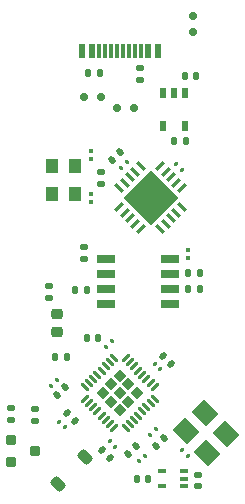
<source format=gbr>
%TF.GenerationSoftware,KiCad,Pcbnew,7.0.6*%
%TF.CreationDate,2023-07-23T20:03:58-07:00*%
%TF.ProjectId,iCEGenius,69434547-656e-4697-9573-2e6b69636164,rev?*%
%TF.SameCoordinates,Original*%
%TF.FileFunction,Paste,Top*%
%TF.FilePolarity,Positive*%
%FSLAX46Y46*%
G04 Gerber Fmt 4.6, Leading zero omitted, Abs format (unit mm)*
G04 Created by KiCad (PCBNEW 7.0.6) date 2023-07-23 20:03:58*
%MOMM*%
%LPD*%
G01*
G04 APERTURE LIST*
G04 Aperture macros list*
%AMRoundRect*
0 Rectangle with rounded corners*
0 $1 Rounding radius*
0 $2 $3 $4 $5 $6 $7 $8 $9 X,Y pos of 4 corners*
0 Add a 4 corners polygon primitive as box body*
4,1,4,$2,$3,$4,$5,$6,$7,$8,$9,$2,$3,0*
0 Add four circle primitives for the rounded corners*
1,1,$1+$1,$2,$3*
1,1,$1+$1,$4,$5*
1,1,$1+$1,$6,$7*
1,1,$1+$1,$8,$9*
0 Add four rect primitives between the rounded corners*
20,1,$1+$1,$2,$3,$4,$5,0*
20,1,$1+$1,$4,$5,$6,$7,0*
20,1,$1+$1,$6,$7,$8,$9,0*
20,1,$1+$1,$8,$9,$2,$3,0*%
%AMRotRect*
0 Rectangle, with rotation*
0 The origin of the aperture is its center*
0 $1 length*
0 $2 width*
0 $3 Rotation angle, in degrees counterclockwise*
0 Add horizontal line*
21,1,$1,$2,0,0,$3*%
G04 Aperture macros list end*
%ADD10RoundRect,0.135000X-0.185000X0.135000X-0.185000X-0.135000X0.185000X-0.135000X0.185000X0.135000X0*%
%ADD11RoundRect,0.218750X-0.256250X0.218750X-0.256250X-0.218750X0.256250X-0.218750X0.256250X0.218750X0*%
%ADD12RoundRect,0.140000X-0.021213X0.219203X-0.219203X0.021213X0.021213X-0.219203X0.219203X-0.021213X0*%
%ADD13RoundRect,0.150000X-0.150000X-0.200000X0.150000X-0.200000X0.150000X0.200000X-0.150000X0.200000X0*%
%ADD14RoundRect,0.207500X0.000000X0.293449X-0.293449X0.000000X0.000000X-0.293449X0.293449X0.000000X0*%
%ADD15RoundRect,0.062500X0.220971X0.309359X-0.309359X-0.220971X-0.220971X-0.309359X0.309359X0.220971X0*%
%ADD16RoundRect,0.062500X-0.220971X0.309359X-0.309359X0.220971X0.220971X-0.309359X0.309359X-0.220971X0*%
%ADD17R,1.100000X1.300000*%
%ADD18RotRect,0.350000X0.850000X135.000000*%
%ADD19RotRect,0.350000X0.850000X45.000000*%
%ADD20RotRect,3.350000X3.350000X45.000000*%
%ADD21RoundRect,0.079500X-0.014849X0.127279X-0.127279X0.014849X0.014849X-0.127279X0.127279X-0.014849X0*%
%ADD22RoundRect,0.200000X-0.250000X-0.200000X0.250000X-0.200000X0.250000X0.200000X-0.250000X0.200000X0*%
%ADD23R,0.650000X0.400000*%
%ADD24RoundRect,0.135000X0.135000X0.185000X-0.135000X0.185000X-0.135000X-0.185000X0.135000X-0.185000X0*%
%ADD25RoundRect,0.135000X-0.135000X-0.185000X0.135000X-0.185000X0.135000X0.185000X-0.135000X0.185000X0*%
%ADD26R,1.525000X0.700000*%
%ADD27RoundRect,0.079500X0.014849X-0.127279X0.127279X-0.014849X-0.014849X0.127279X-0.127279X0.014849X0*%
%ADD28RoundRect,0.140000X-0.219203X-0.021213X-0.021213X-0.219203X0.219203X0.021213X0.021213X0.219203X0*%
%ADD29RoundRect,0.079500X-0.100500X0.079500X-0.100500X-0.079500X0.100500X-0.079500X0.100500X0.079500X0*%
%ADD30RoundRect,0.079500X-0.127279X-0.014849X-0.014849X-0.127279X0.127279X0.014849X0.014849X0.127279X0*%
%ADD31R,0.600000X0.900000*%
%ADD32RoundRect,0.135000X0.185000X-0.135000X0.185000X0.135000X-0.185000X0.135000X-0.185000X-0.135000X0*%
%ADD33RoundRect,0.150000X0.150000X0.200000X-0.150000X0.200000X-0.150000X-0.200000X0.150000X-0.200000X0*%
%ADD34RoundRect,0.140000X0.021213X-0.219203X0.219203X-0.021213X-0.021213X0.219203X-0.219203X0.021213X0*%
%ADD35RoundRect,0.140000X0.140000X0.170000X-0.140000X0.170000X-0.140000X-0.170000X0.140000X-0.170000X0*%
%ADD36RoundRect,0.079500X0.127279X0.014849X0.014849X0.127279X-0.127279X-0.014849X-0.014849X-0.127279X0*%
%ADD37RoundRect,0.079500X0.100500X-0.079500X0.100500X0.079500X-0.100500X0.079500X-0.100500X-0.079500X0*%
%ADD38RoundRect,0.140000X0.170000X-0.140000X0.170000X0.140000X-0.170000X0.140000X-0.170000X-0.140000X0*%
%ADD39RoundRect,0.150000X0.200000X-0.150000X0.200000X0.150000X-0.200000X0.150000X-0.200000X-0.150000X0*%
%ADD40R,0.600000X1.150000*%
%ADD41R,0.300000X1.150000*%
%ADD42RotRect,1.500000X1.700000X225.000000*%
%ADD43RoundRect,0.140000X-0.140000X-0.170000X0.140000X-0.170000X0.140000X0.170000X-0.140000X0.170000X0*%
%ADD44RoundRect,0.225000X-0.106066X0.424264X-0.424264X0.106066X0.106066X-0.424264X0.424264X-0.106066X0*%
G04 APERTURE END LIST*
D10*
%TO.C,R1*%
X157700000Y-84890000D03*
X157700000Y-85910000D03*
%TD*%
D11*
%TO.C,D5*%
X150700000Y-105712500D03*
X150700000Y-107287500D03*
%TD*%
D12*
%TO.C,C14*%
X157339411Y-116960589D03*
X156660589Y-117639411D03*
%TD*%
D13*
%TO.C,D2*%
X157200000Y-88300000D03*
X155800000Y-88300000D03*
%TD*%
D10*
%TO.C,R10*%
X150000000Y-103377500D03*
X150000000Y-104397500D03*
%TD*%
D14*
%TO.C,U4*%
X157456640Y-112438990D03*
X156728320Y-111710670D03*
X156000000Y-110982350D03*
X156728320Y-113167310D03*
X156000000Y-112438990D03*
X155271680Y-111710670D03*
X156000000Y-113895630D03*
X155271680Y-113167310D03*
X154543360Y-112438990D03*
D15*
X158961010Y-111952854D03*
X158607456Y-111599301D03*
X158253903Y-111245747D03*
X157900349Y-110892194D03*
X157546796Y-110538641D03*
X157193243Y-110185087D03*
X156839689Y-109831534D03*
X156486136Y-109477980D03*
D16*
X155513864Y-109477980D03*
X155160311Y-109831534D03*
X154806757Y-110185087D03*
X154453204Y-110538641D03*
X154099651Y-110892194D03*
X153746097Y-111245747D03*
X153392544Y-111599301D03*
X153038990Y-111952854D03*
D15*
X153038990Y-112925126D03*
X153392544Y-113278679D03*
X153746097Y-113632233D03*
X154099651Y-113985786D03*
X154453204Y-114339339D03*
X154806757Y-114692893D03*
X155160311Y-115046446D03*
X155513864Y-115400000D03*
D16*
X156486136Y-115400000D03*
X156839689Y-115046446D03*
X157193243Y-114692893D03*
X157546796Y-114339339D03*
X157900349Y-113985786D03*
X158253903Y-113632233D03*
X158607456Y-113278679D03*
X158961010Y-112925126D03*
%TD*%
D12*
%TO.C,C18*%
X159705096Y-116229117D03*
X159026274Y-116907939D03*
%TD*%
D17*
%TO.C,Y1*%
X152175000Y-95550000D03*
X152175000Y-93250000D03*
X150275000Y-93250000D03*
X150275000Y-95550000D03*
%TD*%
D18*
%TO.C,IC1*%
X155948350Y-96713173D03*
X156407969Y-97172792D03*
X156867588Y-97632412D03*
X157327208Y-98092031D03*
X157786827Y-98551650D03*
D19*
X159413173Y-98551650D03*
X159872792Y-98092031D03*
X160332412Y-97632412D03*
X160792031Y-97172792D03*
X161251650Y-96713173D03*
D18*
X161251650Y-95086827D03*
X160792031Y-94627208D03*
X160332412Y-94167588D03*
X159872792Y-93707969D03*
X159413173Y-93248350D03*
D19*
X157786827Y-93248350D03*
X157327208Y-93707969D03*
X156867588Y-94167588D03*
X156407969Y-94627208D03*
X155948350Y-95086827D03*
D20*
X158600000Y-95900000D03*
%TD*%
D21*
%TO.C,C15*%
X158103087Y-117738406D03*
X157615183Y-118226310D03*
%TD*%
D22*
%TO.C,Q1*%
X146800000Y-116400000D03*
X146800000Y-118300000D03*
X148800000Y-117350000D03*
%TD*%
D23*
%TO.C,U2*%
X161450000Y-120350000D03*
X161450000Y-119700000D03*
X161450000Y-119050000D03*
X159550000Y-119050000D03*
X159550000Y-120350000D03*
%TD*%
D24*
%TO.C,R4*%
X162810000Y-102300000D03*
X161790000Y-102300000D03*
%TD*%
D25*
%TO.C,R6*%
X161790000Y-103600000D03*
X162810000Y-103600000D03*
%TD*%
D24*
%TO.C,R2*%
X154310000Y-85300000D03*
X153290000Y-85300000D03*
%TD*%
D26*
%TO.C,U3*%
X154788000Y-101095000D03*
X154788000Y-102365000D03*
X154788000Y-103635000D03*
X154788000Y-104905000D03*
X160212000Y-104905000D03*
X160212000Y-103635000D03*
X160212000Y-102365000D03*
X160212000Y-101095000D03*
%TD*%
D27*
%TO.C,C25*%
X154856048Y-108543952D03*
X155343952Y-108056048D03*
%TD*%
D28*
%TO.C,C16*%
X151560589Y-114160589D03*
X152239411Y-114839411D03*
%TD*%
D12*
%TO.C,C24*%
X151339411Y-111960589D03*
X150660589Y-112639411D03*
%TD*%
D24*
%TO.C,R8*%
X151519999Y-109400000D03*
X150499999Y-109400000D03*
%TD*%
D29*
%TO.C,C8*%
X153600000Y-95555000D03*
X153600000Y-96245000D03*
%TD*%
D30*
%TO.C,C9*%
X160756048Y-93056048D03*
X161243952Y-93543952D03*
%TD*%
D31*
%TO.C,U1*%
X161550000Y-87000000D03*
X160600000Y-87000000D03*
X159650000Y-87000000D03*
X159650000Y-89800000D03*
X161550000Y-89800000D03*
%TD*%
D32*
%TO.C,R9*%
X148800000Y-114810000D03*
X148800000Y-113790000D03*
%TD*%
D27*
%TO.C,C6*%
X156081838Y-93403087D03*
X156569742Y-92915183D03*
%TD*%
D30*
%TO.C,C13*%
X155135876Y-116521662D03*
X155623780Y-117009566D03*
%TD*%
D21*
%TO.C,C23*%
X150643952Y-111356048D03*
X150156048Y-111843952D03*
%TD*%
D33*
%TO.C,D4*%
X153000000Y-87400000D03*
X154400000Y-87400000D03*
%TD*%
D28*
%TO.C,C12*%
X154460589Y-117260589D03*
X155139411Y-117939411D03*
%TD*%
D30*
%TO.C,C21*%
X158956048Y-109956048D03*
X159443952Y-110443952D03*
%TD*%
D34*
%TO.C,C5*%
X155360589Y-92739411D03*
X156039411Y-92060589D03*
%TD*%
D35*
%TO.C,C22*%
X154160000Y-107800000D03*
X153200000Y-107800000D03*
%TD*%
D36*
%TO.C,C11*%
X161743952Y-117743952D03*
X161256048Y-117256048D03*
%TD*%
D37*
%TO.C,C7*%
X153600000Y-92645000D03*
X153600000Y-91955000D03*
%TD*%
D25*
%TO.C,R5*%
X152190000Y-103700000D03*
X153210000Y-103700000D03*
%TD*%
D38*
%TO.C,C3*%
X162600000Y-120300000D03*
X162600000Y-119340000D03*
%TD*%
D39*
%TO.C,D3*%
X162200000Y-80500000D03*
X162200000Y-81900000D03*
%TD*%
D37*
%TO.C,C10*%
X161800000Y-101045000D03*
X161800000Y-100355000D03*
%TD*%
D35*
%TO.C,C2*%
X161580000Y-91100000D03*
X160620000Y-91100000D03*
%TD*%
D40*
%TO.C,J1*%
X159210000Y-83475000D03*
X158410000Y-83475000D03*
D41*
X157260000Y-83475000D03*
X156260000Y-83475000D03*
X155760000Y-83475000D03*
X154760000Y-83475000D03*
D40*
X153610000Y-83475000D03*
X152810000Y-83475000D03*
X152810000Y-83475000D03*
X153610000Y-83475000D03*
D41*
X154260000Y-83475000D03*
X155260000Y-83475000D03*
X156760000Y-83475000D03*
X157760000Y-83475000D03*
D40*
X158410000Y-83475000D03*
X159210000Y-83475000D03*
%TD*%
D30*
%TO.C,C17*%
X150856048Y-114856048D03*
X151343952Y-115343952D03*
%TD*%
D42*
%TO.C,Y2*%
X164975843Y-115920208D03*
X163179792Y-114124157D03*
X161624157Y-115679792D03*
X163420208Y-117475843D03*
%TD*%
D43*
%TO.C,C1*%
X161520000Y-85600000D03*
X162480000Y-85600000D03*
%TD*%
D32*
%TO.C,R7*%
X153000000Y-101110000D03*
X153000000Y-100090000D03*
%TD*%
%TO.C,R11*%
X146800000Y-114760000D03*
X146800000Y-113740000D03*
%TD*%
D44*
%TO.C,D1*%
X153066726Y-117833274D03*
X150733274Y-120166726D03*
%TD*%
D35*
%TO.C,C4*%
X158380000Y-119700000D03*
X157420000Y-119700000D03*
%TD*%
D28*
%TO.C,C20*%
X159660589Y-109260589D03*
X160339411Y-109939411D03*
%TD*%
D32*
%TO.C,R3*%
X154400000Y-94710000D03*
X154400000Y-93690000D03*
%TD*%
D21*
%TO.C,C19*%
X159043952Y-115476048D03*
X158556048Y-115963952D03*
%TD*%
M02*

</source>
